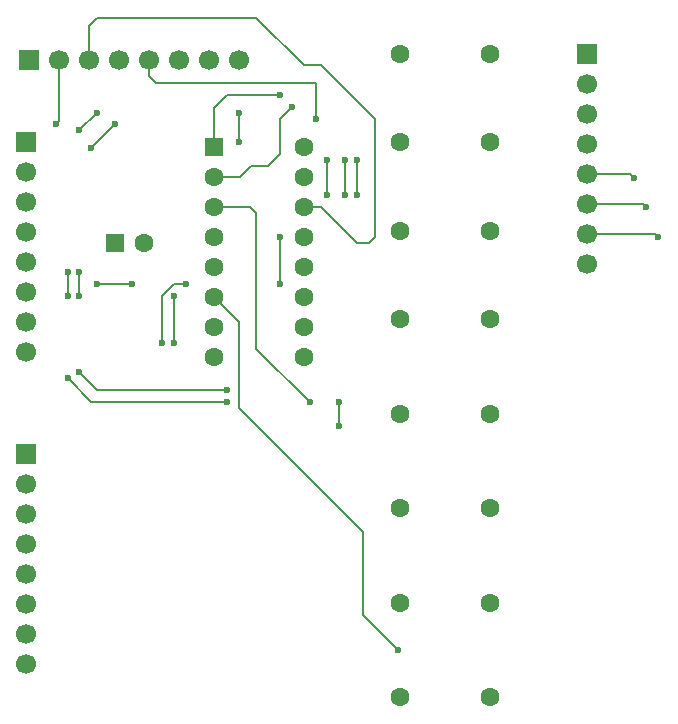
<source format=gbr>
%TF.GenerationSoftware,KiCad,Pcbnew,9.0.4*%
%TF.CreationDate,2025-09-14T11:05:21+01:00*%
%TF.ProjectId,sipo,7369706f-2e6b-4696-9361-645f70636258,rev?*%
%TF.SameCoordinates,Original*%
%TF.FileFunction,Copper,L2,Bot*%
%TF.FilePolarity,Positive*%
%FSLAX46Y46*%
G04 Gerber Fmt 4.6, Leading zero omitted, Abs format (unit mm)*
G04 Created by KiCad (PCBNEW 9.0.4) date 2025-09-14 11:05:21*
%MOMM*%
%LPD*%
G01*
G04 APERTURE LIST*
G04 Aperture macros list*
%AMRoundRect*
0 Rectangle with rounded corners*
0 $1 Rounding radius*
0 $2 $3 $4 $5 $6 $7 $8 $9 X,Y pos of 4 corners*
0 Add a 4 corners polygon primitive as box body*
4,1,4,$2,$3,$4,$5,$6,$7,$8,$9,$2,$3,0*
0 Add four circle primitives for the rounded corners*
1,1,$1+$1,$2,$3*
1,1,$1+$1,$4,$5*
1,1,$1+$1,$6,$7*
1,1,$1+$1,$8,$9*
0 Add four rect primitives between the rounded corners*
20,1,$1+$1,$2,$3,$4,$5,0*
20,1,$1+$1,$4,$5,$6,$7,0*
20,1,$1+$1,$6,$7,$8,$9,0*
20,1,$1+$1,$8,$9,$2,$3,0*%
G04 Aperture macros list end*
%TA.AperFunction,ComponentPad*%
%ADD10RoundRect,0.250000X-0.550000X-0.550000X0.550000X-0.550000X0.550000X0.550000X-0.550000X0.550000X0*%
%TD*%
%TA.AperFunction,ComponentPad*%
%ADD11C,1.600000*%
%TD*%
%TA.AperFunction,ComponentPad*%
%ADD12R,1.700000X1.700000*%
%TD*%
%TA.AperFunction,ComponentPad*%
%ADD13C,1.700000*%
%TD*%
%TA.AperFunction,ViaPad*%
%ADD14C,0.600000*%
%TD*%
%TA.AperFunction,Conductor*%
%ADD15C,0.200000*%
%TD*%
G04 APERTURE END LIST*
D10*
%TO.P,C1,1*%
%TO.N,+3.3V*%
X111500000Y-74500000D03*
D11*
%TO.P,C1,2*%
%TO.N,GND*%
X114000000Y-74500000D03*
%TD*%
D12*
%TO.P,J4,1,Pin_1*%
%TO.N,+3.3V*%
X104000000Y-92420000D03*
D13*
%TO.P,J4,2,Pin_2*%
X104000000Y-94960000D03*
%TO.P,J4,3,Pin_3*%
X104000000Y-97500000D03*
%TO.P,J4,4,Pin_4*%
X104000000Y-100040000D03*
%TO.P,J4,5,Pin_5*%
X104000000Y-102580000D03*
%TO.P,J4,6,Pin_6*%
X104000000Y-105120000D03*
%TO.P,J4,7,Pin_7*%
X104000000Y-107660000D03*
%TO.P,J4,8,Pin_8*%
X104000000Y-110200000D03*
%TD*%
D12*
%TO.P,J3,1,Pin_1*%
%TO.N,GND*%
X104000000Y-65960000D03*
D13*
%TO.P,J3,2,Pin_2*%
X104000000Y-68500000D03*
%TO.P,J3,3,Pin_3*%
X104000000Y-71040000D03*
%TO.P,J3,4,Pin_4*%
X104000000Y-73580000D03*
%TO.P,J3,5,Pin_5*%
X104000000Y-76120000D03*
%TO.P,J3,6,Pin_6*%
X104000000Y-78660000D03*
%TO.P,J3,7,Pin_7*%
X104000000Y-81200000D03*
%TO.P,J3,8,Pin_8*%
X104000000Y-83740000D03*
%TD*%
D12*
%TO.P,J2,1,Pin_1*%
%TO.N,Net-(J2-Pin_1)*%
X151500000Y-58500000D03*
D13*
%TO.P,J2,2,Pin_2*%
%TO.N,Net-(J2-Pin_2)*%
X151500000Y-61040000D03*
%TO.P,J2,3,Pin_3*%
%TO.N,Net-(J2-Pin_3)*%
X151500000Y-63580000D03*
%TO.P,J2,4,Pin_4*%
%TO.N,Net-(J2-Pin_4)*%
X151500000Y-66120000D03*
%TO.P,J2,5,Pin_5*%
%TO.N,Net-(J2-Pin_5)*%
X151500000Y-68660000D03*
%TO.P,J2,6,Pin_6*%
%TO.N,Net-(J2-Pin_6)*%
X151500000Y-71200000D03*
%TO.P,J2,7,Pin_7*%
%TO.N,Net-(J2-Pin_7)*%
X151500000Y-73740000D03*
%TO.P,J2,8,Pin_8*%
%TO.N,Net-(J2-Pin_8)*%
X151500000Y-76280000D03*
%TD*%
D12*
%TO.P,J1,1,Pin_1*%
%TO.N,+3.3V*%
X104220000Y-59000000D03*
D13*
%TO.P,J1,2,Pin_2*%
%TO.N,GND*%
X106760000Y-59000000D03*
%TO.P,J1,3,Pin_3*%
%TO.N,Net-(J1-Pin_3)*%
X109300000Y-59000000D03*
%TO.P,J1,4,Pin_4*%
%TO.N,Net-(J1-Pin_4)*%
X111840000Y-59000000D03*
%TO.P,J1,5,Pin_5*%
%TO.N,Net-(J1-Pin_5)*%
X114380000Y-59000000D03*
%TO.P,J1,6,Pin_6*%
%TO.N,Net-(J1-Pin_6)*%
X116920000Y-59000000D03*
%TO.P,J1,7,Pin_7*%
%TO.N,GND*%
X119460000Y-59000000D03*
%TO.P,J1,8,Pin_8*%
X122000000Y-59000000D03*
%TD*%
D10*
%TO.P,U1,1,QB*%
%TO.N,Net-(U1-QB)*%
X119880000Y-66380000D03*
D11*
%TO.P,U1,2,QC*%
%TO.N,Net-(U1-QC)*%
X119880000Y-68920000D03*
%TO.P,U1,3,QD*%
%TO.N,Net-(U1-QD)*%
X119880000Y-71460000D03*
%TO.P,U1,4,QE*%
%TO.N,Net-(U1-QE)*%
X119880000Y-74000000D03*
%TO.P,U1,5,QF*%
%TO.N,Net-(U1-QF)*%
X119880000Y-76540000D03*
%TO.P,U1,6,QG*%
%TO.N,Net-(U1-QG)*%
X119880000Y-79080000D03*
%TO.P,U1,7,QH*%
%TO.N,Net-(U1-QH)*%
X119880000Y-81620000D03*
%TO.P,U1,8,GND*%
%TO.N,GND*%
X119880000Y-84160000D03*
%TO.P,U1,9,QH'*%
%TO.N,Net-(J1-Pin_6)*%
X127500000Y-84160000D03*
%TO.P,U1,10,~{SRCLR}*%
%TO.N,+3.3V*%
X127500000Y-81620000D03*
%TO.P,U1,11,SRCLK*%
%TO.N,Net-(J1-Pin_4)*%
X127500000Y-79080000D03*
%TO.P,U1,12,RCLK*%
%TO.N,Net-(J1-Pin_5)*%
X127500000Y-76540000D03*
%TO.P,U1,13,~{OE}*%
%TO.N,GND*%
X127500000Y-74000000D03*
%TO.P,U1,14,SER*%
%TO.N,Net-(J1-Pin_3)*%
X127500000Y-71460000D03*
%TO.P,U1,15,QA*%
%TO.N,Net-(U1-QA)*%
X127500000Y-68920000D03*
%TO.P,U1,16,VCC*%
%TO.N,+3.3V*%
X127500000Y-66380000D03*
%TD*%
%TO.P,R8,1*%
%TO.N,Net-(U1-QG)*%
X135690000Y-113000000D03*
%TO.P,R8,2*%
%TO.N,Net-(J2-Pin_7)*%
X143310000Y-113000000D03*
%TD*%
%TO.P,R7,1*%
%TO.N,Net-(U1-QF)*%
X135690000Y-105000000D03*
%TO.P,R7,2*%
%TO.N,Net-(J2-Pin_6)*%
X143310000Y-105000000D03*
%TD*%
%TO.P,R6,1*%
%TO.N,Net-(U1-QE)*%
X135690000Y-97000000D03*
%TO.P,R6,2*%
%TO.N,Net-(J2-Pin_5)*%
X143310000Y-97000000D03*
%TD*%
%TO.P,R5,1*%
%TO.N,Net-(U1-QD)*%
X135690000Y-89000000D03*
%TO.P,R5,2*%
%TO.N,Net-(J2-Pin_4)*%
X143310000Y-89000000D03*
%TD*%
%TO.P,R4,1*%
%TO.N,Net-(U1-QC)*%
X135690000Y-81000000D03*
%TO.P,R4,2*%
%TO.N,Net-(J2-Pin_3)*%
X143310000Y-81000000D03*
%TD*%
%TO.P,R3,1*%
%TO.N,Net-(U1-QB)*%
X135690000Y-73500000D03*
%TO.P,R3,2*%
%TO.N,Net-(J2-Pin_2)*%
X143310000Y-73500000D03*
%TD*%
%TO.P,R2,1*%
%TO.N,Net-(U1-QA)*%
X135690000Y-66000000D03*
%TO.P,R2,2*%
%TO.N,Net-(J2-Pin_1)*%
X143310000Y-66000000D03*
%TD*%
%TO.P,R1,1*%
%TO.N,Net-(U1-QH)*%
X135690000Y-58500000D03*
%TO.P,R1,2*%
%TO.N,Net-(J2-Pin_8)*%
X143310000Y-58500000D03*
%TD*%
D14*
%TO.N,+3.3V*%
X125500000Y-74000000D03*
X125500000Y-78000000D03*
%TO.N,Net-(J1-Pin_5)*%
X129500000Y-70500000D03*
X129500000Y-67500000D03*
X128500000Y-64000000D03*
%TO.N,Net-(J1-Pin_4)*%
X107500000Y-86000000D03*
X121000000Y-88000000D03*
X130500000Y-88000000D03*
X110000000Y-63500000D03*
X130500000Y-90000000D03*
X108500000Y-65000000D03*
X107500000Y-79000000D03*
X107500000Y-77000000D03*
%TO.N,Net-(J1-Pin_6)*%
X108500000Y-79000000D03*
X121000000Y-87000000D03*
X109500000Y-66500000D03*
X111500000Y-64500000D03*
X108500000Y-85500000D03*
X108500000Y-77000000D03*
%TO.N,Net-(U1-QB)*%
X132000000Y-67500000D03*
X132000000Y-70500000D03*
X125500000Y-62000000D03*
%TO.N,Net-(U1-QC)*%
X131000000Y-67500000D03*
X126500000Y-63000000D03*
X131000000Y-70500000D03*
%TO.N,Net-(U1-QD)*%
X128000000Y-88000000D03*
%TO.N,Net-(U1-QG)*%
X135500000Y-109000000D03*
%TO.N,Net-(U1-QF)*%
X115500000Y-83000000D03*
X117500000Y-78000000D03*
%TO.N,Net-(U1-QE)*%
X116500000Y-79000000D03*
X116500000Y-83000000D03*
%TO.N,Net-(U1-QH)*%
X122000000Y-66000000D03*
X122000000Y-63500000D03*
%TO.N,Net-(J2-Pin_7)*%
X157500000Y-74000000D03*
%TO.N,Net-(J2-Pin_6)*%
X156500000Y-71500000D03*
%TO.N,Net-(J2-Pin_5)*%
X155500000Y-69000000D03*
%TO.N,GND*%
X113000000Y-78000000D03*
X110000000Y-78000000D03*
X106500000Y-64500000D03*
%TD*%
D15*
%TO.N,+3.3V*%
X125500000Y-78000000D02*
X125500000Y-74000000D01*
%TO.N,Net-(J1-Pin_3)*%
X109300000Y-59000000D02*
X109300000Y-56200000D01*
X109300000Y-56200000D02*
X110000000Y-55500000D01*
X110000000Y-55500000D02*
X123500000Y-55500000D01*
X123500000Y-55500000D02*
X127500000Y-59500000D01*
X132000000Y-74500000D02*
X128960000Y-71460000D01*
X128960000Y-71460000D02*
X127500000Y-71460000D01*
X127500000Y-59500000D02*
X129000000Y-59500000D01*
X129000000Y-59500000D02*
X133500000Y-64000000D01*
X133500000Y-64000000D02*
X133500000Y-74000000D01*
X133500000Y-74000000D02*
X133000000Y-74500000D01*
X133000000Y-74500000D02*
X132000000Y-74500000D01*
%TO.N,Net-(J1-Pin_5)*%
X129500000Y-70500000D02*
X129500000Y-67500000D01*
X115000000Y-61000000D02*
X114380000Y-60380000D01*
X128500000Y-64000000D02*
X128500000Y-61000000D01*
X128500000Y-61000000D02*
X115000000Y-61000000D01*
X114380000Y-60380000D02*
X114380000Y-59000000D01*
%TO.N,Net-(J1-Pin_4)*%
X110000000Y-63500000D02*
X108500000Y-65000000D01*
X107500000Y-77000000D02*
X107500000Y-79000000D01*
X107500000Y-86000000D02*
X109500000Y-88000000D01*
X130500000Y-90000000D02*
X130500000Y-88000000D01*
X109500000Y-88000000D02*
X121000000Y-88000000D01*
%TO.N,Net-(J1-Pin_6)*%
X108500000Y-77000000D02*
X108500000Y-79000000D01*
X110000000Y-87000000D02*
X121000000Y-87000000D01*
X111500000Y-64500000D02*
X109500000Y-66500000D01*
X108500000Y-85500000D02*
X110000000Y-87000000D01*
%TO.N,Net-(U1-QB)*%
X132000000Y-70500000D02*
X132000000Y-67500000D01*
X125500000Y-62000000D02*
X121000000Y-62000000D01*
X121000000Y-62000000D02*
X119880000Y-63120000D01*
X119880000Y-63120000D02*
X119880000Y-66380000D01*
%TO.N,Net-(U1-QC)*%
X124500000Y-68000000D02*
X123000000Y-68000000D01*
X122080000Y-68920000D02*
X119880000Y-68920000D01*
X125500000Y-64000000D02*
X125500000Y-67000000D01*
X131000000Y-70500000D02*
X131000000Y-67500000D01*
X126500000Y-63000000D02*
X125500000Y-64000000D01*
X125500000Y-67000000D02*
X124500000Y-68000000D01*
X123000000Y-68000000D02*
X122080000Y-68920000D01*
%TO.N,Net-(U1-QD)*%
X128000000Y-88000000D02*
X123500000Y-83500000D01*
X123500000Y-83500000D02*
X123500000Y-72000000D01*
X123500000Y-72000000D02*
X122960000Y-71460000D01*
X122960000Y-71460000D02*
X119880000Y-71460000D01*
%TO.N,Net-(U1-QG)*%
X132500000Y-99000000D02*
X122000000Y-88500000D01*
X135500000Y-109000000D02*
X132500000Y-106000000D01*
X132500000Y-106000000D02*
X132500000Y-99000000D01*
X122000000Y-88500000D02*
X122000000Y-81200000D01*
X122000000Y-81200000D02*
X119880000Y-79080000D01*
%TO.N,Net-(U1-QF)*%
X116500000Y-78000000D02*
X117500000Y-78000000D01*
X115500000Y-83000000D02*
X115500000Y-79000000D01*
X115500000Y-79000000D02*
X116500000Y-78000000D01*
%TO.N,Net-(U1-QE)*%
X116500000Y-83000000D02*
X116500000Y-79000000D01*
%TO.N,Net-(U1-QH)*%
X122000000Y-63500000D02*
X122000000Y-66000000D01*
%TO.N,Net-(J2-Pin_7)*%
X157240000Y-73740000D02*
X157500000Y-74000000D01*
X151500000Y-73740000D02*
X157240000Y-73740000D01*
%TO.N,Net-(J2-Pin_6)*%
X151500000Y-71200000D02*
X156200000Y-71200000D01*
X156200000Y-71200000D02*
X156500000Y-71500000D01*
%TO.N,Net-(J2-Pin_5)*%
X151500000Y-68660000D02*
X155160000Y-68660000D01*
X155160000Y-68660000D02*
X155500000Y-69000000D01*
%TO.N,GND*%
X110000000Y-78000000D02*
X113000000Y-78000000D01*
X106500000Y-64500000D02*
X106760000Y-64240000D01*
X106760000Y-64240000D02*
X106760000Y-59000000D01*
%TD*%
M02*

</source>
